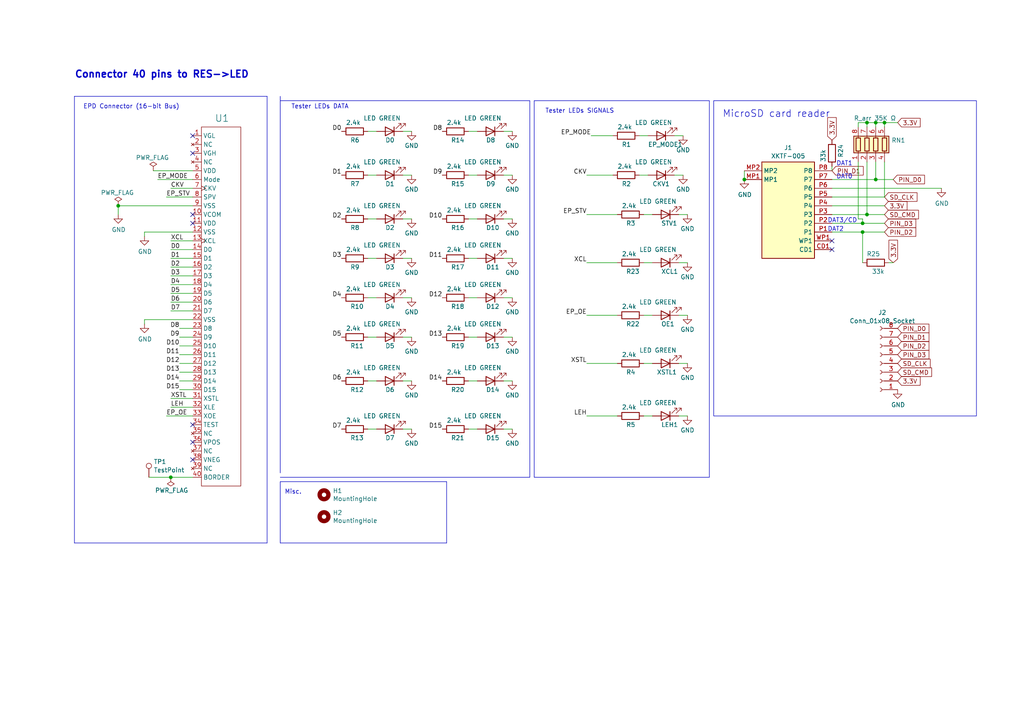
<source format=kicad_sch>
(kicad_sch (version 20230121) (generator eeschema)
  (paper "A4")
  (title_block (title "40 pins to 16 bit signals tester (16 data IO + LEH,etc)") (date "2023-10-21") (rev "1.0") (company "FASANI CORP."))
  (lib_symbols
    (symbol "Connector:Conn_01x08_Socket" (pin_names (offset 1.016) hide)
      (property "Reference" "J" (at 0 10.16 0))
      (property "Value" "Conn_01x08_Socket" (at 0 -12.7 0))
      (symbol "Conn_01x08_Socket_1_1"
        (arc (start 0 -9.652) (mid -0.5058 -10.16) (end 0 -10.668) (stroke (width 0.1524)))
        (arc (start 0 -7.112) (mid -0.5058 -7.62) (end 0 -8.128) (stroke (width 0.1524)))
        (arc (start 0 -4.572) (mid -0.5058 -5.08) (end 0 -5.588) (stroke (width 0.1524)))
        (arc (start 0 -2.032) (mid -0.5058 -2.54) (end 0 -3.048) (stroke (width 0.1524)))
        (polyline (pts (xy -1.27 -10.16) (xy -0.508 -10.16)) (stroke (width 0.1524)))
        (polyline (pts (xy -1.27 -7.62) (xy -0.508 -7.62)) (stroke (width 0.1524)))
        (polyline (pts (xy -1.27 -5.08) (xy -0.508 -5.08)) (stroke (width 0.1524)))
        (polyline (pts (xy -1.27 -2.54) (xy -0.508 -2.54)) (stroke (width 0.1524)))
        (polyline (pts (xy -1.27 0) (xy -0.508 0)) (stroke (width 0.1524)))
        (polyline (pts (xy -1.27 2.54) (xy -0.508 2.54)) (stroke (width 0.1524)))
        (polyline (pts (xy -1.27 5.08) (xy -0.508 5.08)) (stroke (width 0.1524)))
        (polyline (pts (xy -1.27 7.62) (xy -0.508 7.62)) (stroke (width 0.1524)))
        (arc (start 0 0.508) (mid -0.5058 0) (end 0 -0.508) (stroke (width 0.1524)))
        (arc (start 0 3.048) (mid -0.5058 2.54) (end 0 2.032) (stroke (width 0.1524)))
        (arc (start 0 5.588) (mid -0.5058 5.08) (end 0 4.572) (stroke (width 0.1524)))
        (arc (start 0 8.128) (mid -0.5058 7.62) (end 0 7.112) (stroke (width 0.1524)))
        (pin passive line (at -5.08 7.62 0) (length 3.81) (name "Pin_1") (number "1"))
        (pin passive line (at -5.08 5.08 0) (length 3.81) (name "Pin_2") (number "2"))
        (pin passive line (at -5.08 2.54 0) (length 3.81) (name "Pin_3") (number "3"))
        (pin passive line (at -5.08 0 0) (length 3.81) (name "Pin_4") (number "4"))
        (pin passive line (at -5.08 -2.54 0) (length 3.81) (name "Pin_5") (number "5"))
        (pin passive line (at -5.08 -5.08 0) (length 3.81) (name "Pin_6") (number "6"))
        (pin passive line (at -5.08 -7.62 0) (length 3.81) (name "Pin_7") (number "7"))
        (pin passive line (at -5.08 -10.16 0) (length 3.81) (name "Pin_8") (number "8"))
      )
    )
    (symbol "Connector:TestPoint" (pin_numbers hide) (pin_names (offset 0.762) hide)
      (property "Reference" "TP" (at 0 6.858 0))
      (property "Value" "TestPoint" (at 0 5.08 0))
      (symbol "TestPoint_0_1"
        (circle (center 0 3.302) (radius 0.762))
      )
      (symbol "TestPoint_1_1"
        (pin passive line (at 0 0 90) (length 2.54) (name "1") (number "1"))
      )
    )
    (symbol "Device:LED" (pin_numbers hide) (pin_names (offset 1.016) hide)
      (property "Reference" "D" (at 0 2.54 0))
      (property "Value" "LED" (at 0 -2.54 0))
      (symbol "LED_0_1"
        (polyline (pts (xy -1.27 -1.27) (xy -1.27 1.27)) (stroke (width 0.254)))
        (polyline (pts (xy -1.27 0) (xy 1.27 0)))
        (polyline (pts (xy 1.27 -1.27) (xy 1.27 1.27) (xy -1.27 0) (xy 1.27 -1.27)) (stroke (width 0.254)))
        (polyline (pts (xy -3.048 -0.762) (xy -4.572 -2.286) (xy -3.81 -2.286) (xy -4.572 -2.286) (xy -4.572 -1.524)))
        (polyline (pts (xy -1.778 -0.762) (xy -3.302 -2.286) (xy -2.54 -2.286) (xy -3.302 -2.286) (xy -3.302 -1.524)))
      )
      (symbol "LED_1_1"
        (pin passive line (at -3.81 0 0) (length 2.54) (name "K") (number "1"))
        (pin passive line (at 3.81 0 180) (length 2.54) (name "A") (number "2"))
      )
    )
    (symbol "Device:R" (pin_numbers hide) (pin_names (offset 0))
      (property "Reference" "R" (at 2.032 0 90))
      (property "Value" "R" (at 0 0 90))
      (symbol "R_0_1"
        (rectangle (start -1.016 -2.54) (end 1.016 2.54) (stroke (width 0.254)))
      )
      (symbol "R_1_1"
        (pin passive line (at 0 3.81 270) (length 1.27) (name "~") (number "1"))
        (pin passive line (at 0 -3.81 90) (length 1.27) (name "~") (number "2"))
      )
    )
    (symbol "Device:R_Pack04" (pin_names (offset 0) hide)
      (property "Reference" "RN" (at -7.62 0 90))
      (property "Value" "R_Pack04" (at 5.08 0 90))
      (symbol "R_Pack04_0_1"
        (rectangle (start -6.35 -2.413) (end 3.81 2.413) (stroke (width 0.254)) (fill (type background)))
        (rectangle (start -5.715 1.905) (end -4.445 -1.905) (stroke (width 0.254)))
        (rectangle (start -3.175 1.905) (end -1.905 -1.905) (stroke (width 0.254)))
        (rectangle (start -0.635 1.905) (end 0.635 -1.905) (stroke (width 0.254)))
        (polyline (pts (xy -5.08 -2.54) (xy -5.08 -1.905)))
        (polyline (pts (xy -5.08 1.905) (xy -5.08 2.54)))
        (polyline (pts (xy -2.54 -2.54) (xy -2.54 -1.905)))
        (polyline (pts (xy -2.54 1.905) (xy -2.54 2.54)))
        (polyline (pts (xy 0 -2.54) (xy 0 -1.905)))
        (polyline (pts (xy 0 1.905) (xy 0 2.54)))
        (polyline (pts (xy 2.54 -2.54) (xy 2.54 -1.905)))
        (polyline (pts (xy 2.54 1.905) (xy 2.54 2.54)))
        (rectangle (start 1.905 1.905) (end 3.175 -1.905) (stroke (width 0.254)))
      )
      (symbol "R_Pack04_1_1"
        (pin passive line (at -5.08 -5.08 90) (length 2.54) (name "R1.1") (number "1"))
        (pin passive line (at -2.54 -5.08 90) (length 2.54) (name "R2.1") (number "2"))
        (pin passive line (at 0 -5.08 90) (length 2.54) (name "R3.1") (number "3"))
        (pin passive line (at 2.54 -5.08 90) (length 2.54) (name "R4.1") (number "4"))
        (pin passive line (at 2.54 5.08 270) (length 2.54) (name "R4.2") (number "5"))
        (pin passive line (at 0 5.08 270) (length 2.54) (name "R3.2") (number "6"))
        (pin passive line (at -2.54 5.08 270) (length 2.54) (name "R2.2") (number "7"))
        (pin passive line (at -5.08 5.08 270) (length 2.54) (name "R1.2") (number "8"))
      )
    )
    (symbol "Mechanical:MountingHole" (pin_names (offset 1.016))
      (property "Reference" "H" (at 0 5.08 0))
      (property "Value" "MountingHole" (at 0 3.175 0))
      (symbol "MountingHole_0_1"
        (circle (center 0 0) (radius 1.27) (stroke (width 1.27)))
      )
    )
    (symbol "epdiy:ED078KH6"
      (property "Reference" "U" (at 5.08 -104.14 0))
      (property "Value" "ED078KH6" (at 7.62 3.81 0))
      (symbol "ED078KH6_0_0"
        (pin power_in line (at 0 0 0) (length 2.54) (name "VGL") (number "1"))
        (pin power_in line (at 0 -22.86 0) (length 2.54) (name "VCOM") (number "10"))
        (pin power_in line (at 0 -25.4 0) (length 2.54) (name "VDD") (number "11"))
        (pin power_in line (at 0 -27.94 0) (length 2.54) (name "VSS") (number "12"))
        (pin input clock (at 0 -30.48 0) (length 2.54) (name "XCL") (number "13"))
        (pin input line (at 0 -33.02 0) (length 2.54) (name "D0") (number "14"))
        (pin input line (at 0 -35.56 0) (length 2.54) (name "D1") (number "15"))
        (pin input line (at 0 -38.1 0) (length 2.54) (name "D2") (number "16"))
        (pin input line (at 0 -40.64 0) (length 2.54) (name "D3") (number "17"))
        (pin input line (at 0 -43.18 0) (length 2.54) (name "D4") (number "18"))
        (pin input line (at 0 -45.72 0) (length 2.54) (name "D5") (number "19"))
        (pin no_connect line (at 0 -2.54 0) (length 2.54) (name "NC") (number "2"))
        (pin input line (at 0 -48.26 0) (length 2.54) (name "D6") (number "20"))
        (pin input line (at 0 -50.8 0) (length 2.54) (name "D7") (number "21"))
        (pin power_in line (at 0 -53.34 0) (length 2.54) (name "VSS") (number "22"))
        (pin input line (at 0 -55.88 0) (length 2.54) (name "D8") (number "23"))
        (pin input line (at 0 -58.42 0) (length 2.54) (name "D9") (number "24"))
        (pin input line (at 0 -60.96 0) (length 2.54) (name "D10") (number "25"))
        (pin input line (at 0 -63.5 0) (length 2.54) (name "D11") (number "26"))
        (pin input line (at 0 -66.04 0) (length 2.54) (name "D12") (number "27"))
        (pin input line (at 0 -68.58 0) (length 2.54) (name "D13") (number "28"))
        (pin input line (at 0 -71.12 0) (length 2.54) (name "D14") (number "29"))
        (pin power_in line (at 0 -5.08 0) (length 2.54) (name "VGH") (number "3"))
        (pin input line (at 0 -73.66 0) (length 2.54) (name "D15") (number "30"))
        (pin input line (at 0 -76.2 0) (length 2.54) (name "XSTL") (number "31"))
        (pin input line (at 0 -78.74 0) (length 2.54) (name "XLE") (number "32"))
        (pin input line (at 0 -81.28 0) (length 2.54) (name "XOE") (number "33"))
        (pin input line (at 0 -83.82 0) (length 2.54) (name "TEST") (number "34"))
        (pin no_connect line (at 0 -86.36 0) (length 2.54) (name "NC") (number "35"))
        (pin power_in line (at 0 -88.9 0) (length 2.54) (name "VPOS") (number "36"))
        (pin no_connect line (at 0 -91.44 0) (length 2.54) (name "NC") (number "37"))
        (pin power_in line (at 0 -93.98 0) (length 2.54) (name "VNEG") (number "38"))
        (pin no_connect line (at 0 -96.52 0) (length 2.54) (name "NC") (number "39"))
        (pin no_connect line (at 0 -7.62 0) (length 2.54) (name "NC") (number "4"))
        (pin power_in line (at 0 -99.06 0) (length 2.54) (name "BORDER") (number "40"))
        (pin power_in line (at 0 -10.16 0) (length 2.54) (name "VDD") (number "5"))
        (pin input line (at 0 -12.7 0) (length 2.54) (name "Mode") (number "6"))
        (pin input clock (at 0 -15.24 0) (length 2.54) (name "CKV") (number "7"))
        (pin input line (at 0 -17.78 0) (length 2.54) (name "SPV") (number "8"))
        (pin power_in line (at 0 -20.32 0) (length 2.54) (name "VSS") (number "9"))
      )
      (symbol "ED078KH6_0_1"
        (rectangle (start 2.54 2.54) (end 13.97 -101.6) (stroke (width 0.1524)))
      )
    )
    (symbol "microSD:XKTF-005"
      (property "Reference" "J" (at 21.59 7.62 0))
      (property "Value" "XKTF-005" (at 21.59 5.08 0))
      (symbol "XKTF-005_1_1"
        (rectangle (start 5.08 2.54) (end 20.32 -25.4) (stroke (width 0.254)) (fill (type background)))
        (pin passive line (at 25.4 -22.86 180) (length 5.08) (name "CD1") (number "CD1"))
        (pin passive line (at 0 -2.54 0) (length 5.08) (name "MP1") (number "MP1"))
        (pin passive line (at 0 0 0) (length 5.08) (name "MP2") (number "MP2"))
        (pin passive line (at 25.4 -17.78 180) (length 5.08) (name "P1") (number "P1"))
        (pin passive line (at 25.4 -15.24 180) (length 5.08) (name "P2") (number "P2"))
        (pin passive line (at 25.4 -12.7 180) (length 5.08) (name "P3") (number "P3"))
        (pin passive line (at 25.4 -10.16 180) (length 5.08) (name "P4") (number "P4"))
        (pin passive line (at 25.4 -7.62 180) (length 5.08) (name "P5") (number "P5"))
        (pin passive line (at 25.4 -5.08 180) (length 5.08) (name "P6") (number "P6"))
        (pin passive line (at 25.4 -2.54 180) (length 5.08) (name "P7") (number "P7"))
        (pin passive line (at 25.4 0 180) (length 5.08) (name "P8") (number "P8"))
        (pin passive line (at 25.4 -20.32 180) (length 5.08) (name "WP1") (number "WP1"))
      )
    )
    (symbol "power:GND" (power) (pin_names (offset 0))
      (property "Value" "GND" (at 0 -3.81 0))
      (symbol "GND_0_1"
        (polyline (pts (xy 0 0) (xy 0 -1.27) (xy 1.27 -1.27) (xy 0 -2.54) (xy -1.27 -1.27) (xy 0 -1.27)))
      )
      (symbol "GND_1_1"
        (pin power_in line (at 0 0 270) (length 0) hide (name "GND") (number "1"))
      )
    )
    (symbol "power:PWR_FLAG" (power) (pin_numbers hide) (pin_names (offset 0) hide)
      (property "Value" "PWR_FLAG" (at 0 3.81 0))
      (symbol "PWR_FLAG_0_0"
        (pin power_out line (at 0 0 90) (length 0) (name "pwr") (number "1"))
      )
      (symbol "PWR_FLAG_0_1"
        (polyline (pts (xy 0 0) (xy 0 1.27) (xy -1.016 1.905) (xy 0 2.54) (xy 1.016 1.905) (xy 0 1.27)))
      )
    )
  )
  (junction (at 251.46 35.56))
  (junction (at 215.9 52.07))
  (junction (at 256.54 35.56))
  (junction (at 251.46 62.23))
  (junction (at 49.53 138.43))
  (junction (at 254 52.07))
  (junction (at 250.19 67.31))
  (junction (at 254 35.56))
  (junction (at 250.19 64.77))
  (junction (at 34.29 59.69))
  (no_connect (at 241.3 72.39))
  (no_connect (at 55.88 133.35))
  (no_connect (at 55.88 39.37))
  (no_connect (at 241.3 69.85))
  (no_connect (at 55.88 62.23))
  (no_connect (at 55.88 128.27))
  (no_connect (at 55.88 123.19))
  (no_connect (at 55.88 44.45))
  (no_connect (at 55.88 64.77))
  (wire (pts (xy 250.19 67.31) (xy 241.3 67.31)))
  (wire (pts (xy 41.91 67.31) (xy 55.88 67.31)))
  (wire (pts (xy 148.59 124.46) (xy 146.05 124.46)))
  (wire (pts (xy 106.68 97.79) (xy 109.22 97.79)))
  (wire (pts (xy 256.54 67.31) (xy 250.19 67.31)))
  (wire (pts (xy 34.29 59.69) (xy 34.29 62.23)))
  (wire (pts (xy 135.89 97.79) (xy 138.43 97.79)))
  (wire (pts (xy 52.07 100.33) (xy 55.88 100.33)))
  (wire (pts (xy 52.07 105.41) (xy 55.88 105.41)))
  (wire (pts (xy 170.18 62.23) (xy 179.07 62.23)))
  (wire (pts (xy 49.53 54.61) (xy 55.88 54.61)))
  (wire (pts (xy 248.92 63.5) (xy 248.92 46.99)))
  (wire (pts (xy 135.89 50.8) (xy 138.43 50.8)))
  (wire (pts (xy 251.46 46.99) (xy 251.46 62.23)))
  (wire (pts (xy 49.53 87.63) (xy 55.88 87.63)))
  (wire (pts (xy 148.59 50.8) (xy 146.05 50.8)))
  (wire (pts (xy 251.46 35.56) (xy 254 35.56)))
  (wire (pts (xy 119.38 110.49) (xy 116.84 110.49)))
  (wire (pts (xy 52.07 102.87) (xy 55.88 102.87)))
  (polyline (pts (xy 153.67 29.21) (xy 153.67 138.43)))
  (wire (pts (xy 273.05 54.61) (xy 241.3 54.61)))
  (polyline (pts (xy 21.59 157.48) (xy 21.59 27.94)))
  (wire (pts (xy 250.19 64.77) (xy 256.54 64.77)))
  (wire (pts (xy 241.3 52.07) (xy 254 52.07)))
  (wire (pts (xy 170.18 105.41) (xy 179.07 105.41)))
  (wire (pts (xy 251.46 62.23) (xy 256.54 62.23)))
  (wire (pts (xy 135.89 38.1) (xy 138.43 38.1)))
  (polyline (pts (xy 81.28 27.94) (xy 81.28 137.16)))
  (wire (pts (xy 215.9 49.53) (xy 215.9 52.07)))
  (wire (pts (xy 256.54 46.99) (xy 256.54 57.15)))
  (polyline (pts (xy 129.54 157.48) (xy 81.28 157.48)))
  (wire (pts (xy 49.53 69.85) (xy 55.88 69.85)))
  (polyline (pts (xy 77.47 27.94) (xy 77.47 157.48)))
  (wire (pts (xy 119.38 124.46) (xy 116.84 124.46)))
  (wire (pts (xy 106.68 124.46) (xy 109.22 124.46)))
  (polyline (pts (xy 153.67 138.43) (xy 81.28 138.43)))
  (wire (pts (xy 198.12 50.8) (xy 195.58 50.8)))
  (wire (pts (xy 52.07 95.25) (xy 55.88 95.25)))
  (wire (pts (xy 49.53 72.39) (xy 55.88 72.39)))
  (wire (pts (xy 186.69 62.23) (xy 189.23 62.23)))
  (wire (pts (xy 44.45 49.53) (xy 55.88 49.53)))
  (wire (pts (xy 170.18 91.44) (xy 179.07 91.44)))
  (wire (pts (xy 259.08 76.2) (xy 257.81 76.2)))
  (polyline (pts (xy 81.28 29.21) (xy 153.67 29.21)))
  (wire (pts (xy 49.53 90.17) (xy 55.88 90.17)))
  (wire (pts (xy 148.59 110.49) (xy 146.05 110.49)))
  (polyline (pts (xy 21.59 27.94) (xy 77.47 27.94)))
  (wire (pts (xy 254 35.56) (xy 254 36.83)))
  (wire (pts (xy 135.89 124.46) (xy 138.43 124.46)))
  (wire (pts (xy 254 35.56) (xy 256.54 35.56)))
  (wire (pts (xy 43.18 138.43) (xy 49.53 138.43)))
  (polyline (pts (xy 154.94 29.21) (xy 154.94 138.43)))
  (wire (pts (xy 135.89 74.93) (xy 138.43 74.93)))
  (wire (pts (xy 49.53 118.11) (xy 55.88 118.11)))
  (wire (pts (xy 119.38 74.93) (xy 116.84 74.93)))
  (wire (pts (xy 148.59 74.93) (xy 146.05 74.93)))
  (wire (pts (xy 135.89 63.5) (xy 138.43 63.5)))
  (wire (pts (xy 49.53 82.55) (xy 55.88 82.55)))
  (wire (pts (xy 119.38 97.79) (xy 116.84 97.79)))
  (wire (pts (xy 148.59 97.79) (xy 146.05 97.79)))
  (wire (pts (xy 34.29 59.69) (xy 55.88 59.69)))
  (wire (pts (xy 198.12 39.37) (xy 195.58 39.37)))
  (wire (pts (xy 248.92 35.56) (xy 251.46 35.56)))
  (wire (pts (xy 171.45 39.37) (xy 177.8 39.37)))
  (wire (pts (xy 119.38 38.1) (xy 116.84 38.1)))
  (wire (pts (xy 41.91 92.71) (xy 55.88 92.71)))
  (wire (pts (xy 256.54 35.56) (xy 256.54 36.83)))
  (wire (pts (xy 254 52.07) (xy 259.08 52.07)))
  (polyline (pts (xy 81.28 139.7) (xy 81.28 157.48)))
  (wire (pts (xy 106.68 86.36) (xy 109.22 86.36)))
  (wire (pts (xy 135.89 86.36) (xy 138.43 86.36)))
  (wire (pts (xy 41.91 68.58) (xy 41.91 67.31)))
  (wire (pts (xy 170.18 50.8) (xy 177.8 50.8)))
  (wire (pts (xy 148.59 86.36) (xy 146.05 86.36)))
  (wire (pts (xy 49.53 115.57) (xy 55.88 115.57)))
  (wire (pts (xy 199.39 91.44) (xy 196.85 91.44)))
  (wire (pts (xy 199.39 76.2) (xy 196.85 76.2)))
  (wire (pts (xy 185.42 50.8) (xy 187.96 50.8)))
  (wire (pts (xy 248.92 63.5) (xy 250.19 63.5)))
  (wire (pts (xy 241.3 48.26) (xy 241.3 49.53)))
  (wire (pts (xy 49.53 77.47) (xy 55.88 77.47)))
  (wire (pts (xy 52.07 113.03) (xy 55.88 113.03)))
  (wire (pts (xy 186.69 120.65) (xy 189.23 120.65)))
  (wire (pts (xy 250.19 63.5) (xy 250.19 64.77)))
  (polyline (pts (xy 205.74 138.43) (xy 154.94 138.43)))
  (wire (pts (xy 52.07 107.95) (xy 55.88 107.95)))
  (wire (pts (xy 119.38 63.5) (xy 116.84 63.5)))
  (polyline (pts (xy 154.94 29.21) (xy 205.74 29.21)))
  (wire (pts (xy 49.53 138.43) (xy 55.88 138.43)))
  (wire (pts (xy 119.38 50.8) (xy 116.84 50.8)))
  (wire (pts (xy 186.69 76.2) (xy 189.23 76.2)))
  (wire (pts (xy 186.69 105.41) (xy 189.23 105.41)))
  (wire (pts (xy 135.89 110.49) (xy 138.43 110.49)))
  (polyline (pts (xy 81.28 139.7) (xy 129.54 139.7)))
  (wire (pts (xy 106.68 74.93) (xy 109.22 74.93)))
  (wire (pts (xy 241.3 62.23) (xy 251.46 62.23)))
  (wire (pts (xy 119.38 86.36) (xy 116.84 86.36)))
  (wire (pts (xy 106.68 110.49) (xy 109.22 110.49)))
  (wire (pts (xy 254 46.99) (xy 254 52.07)))
  (wire (pts (xy 48.26 120.65) (xy 55.88 120.65)))
  (wire (pts (xy 106.68 63.5) (xy 109.22 63.5)))
  (wire (pts (xy 251.46 35.56) (xy 251.46 36.83)))
  (wire (pts (xy 106.68 50.8) (xy 109.22 50.8)))
  (wire (pts (xy 256.54 59.69) (xy 241.3 59.69)))
  (wire (pts (xy 45.72 52.07) (xy 55.88 52.07)))
  (wire (pts (xy 241.3 57.15) (xy 256.54 57.15)))
  (wire (pts (xy 148.59 63.5) (xy 146.05 63.5)))
  (wire (pts (xy 106.68 38.1) (xy 109.22 38.1)))
  (wire (pts (xy 49.53 85.09) (xy 55.88 85.09)))
  (wire (pts (xy 49.53 74.93) (xy 55.88 74.93)))
  (wire (pts (xy 170.18 76.2) (xy 179.07 76.2)))
  (wire (pts (xy 41.91 93.98) (xy 41.91 92.71)))
  (wire (pts (xy 250.19 67.31) (xy 250.19 76.2)))
  (wire (pts (xy 49.53 80.01) (xy 55.88 80.01)))
  (polyline (pts (xy 205.74 29.21) (xy 205.74 138.43)))
  (wire (pts (xy 241.3 64.77) (xy 250.19 64.77)))
  (wire (pts (xy 248.92 35.56) (xy 248.92 36.83)))
  (wire (pts (xy 170.18 120.65) (xy 179.07 120.65)))
  (wire (pts (xy 199.39 105.41) (xy 196.85 105.41)))
  (wire (pts (xy 52.07 110.49) (xy 55.88 110.49)))
  (wire (pts (xy 256.54 35.56) (xy 260.35 35.56)))
  (wire (pts (xy 48.26 57.15) (xy 55.88 57.15)))
  (wire (pts (xy 185.42 39.37) (xy 187.96 39.37)))
  (wire (pts (xy 186.69 91.44) (xy 189.23 91.44)))
  (polyline (pts (xy 77.47 157.48) (xy 21.59 157.48)))
  (wire (pts (xy 148.59 38.1) (xy 146.05 38.1)))
  (wire (pts (xy 199.39 62.23) (xy 196.85 62.23)))
  (polyline (pts (xy 129.54 139.7) (xy 129.54 157.48)))
  (wire (pts (xy 52.07 97.79) (xy 55.88 97.79)))
  (wire (pts (xy 199.39 120.65) (xy 196.85 120.65)))
  (rectangle (start 207.01 29.21) (end 283.21 120.65))
  (text "DAT0" (at 242.57 52.07 0) (effects (font (size 1.27 1.27)) (justify left bottom)))
  (text "Tester LEDs SIGNALS" (at 158.115 33.02 0) (effects (font (size 1.27 1.27)) (justify left bottom)))
  (text "MicroSD card reader" (at 209.55 34.29 0) (effects (font (size 2 2)) (justify left bottom)))
  (text "Misc." (at 82.55 143.51 0) (effects (font (size 1.27 1.27)) (justify left bottom)))
  (text "Tester LEDs DATA" (at 84.455 31.75 0) (effects (font (size 1.27 1.27)) (justify left bottom)))
  (text "Connector 40 pins to RES->LED" (at 21.59 22.86 0) (effects (font (size 2 2) (thickness 0.4) bold) (justify left bottom)))
  (text "EPD Connector (16-bit Bus)" (at 24.13 31.75 0) (effects (font (size 1.27 1.27)) (justify left bottom)))
  (text "DAT1" (at 242.57 48.26 0) (effects (font (size 1.27 1.27)) (justify left bottom)))
  (text "DAT3/CD" (at 240.03 64.77 0) (effects (font (size 1.27 1.27)) (justify left bottom)))
  (text "DAT2" (at 240.03 67.31 0) (effects (font (size 1.27 1.27)) (justify left bottom)))
  (label "D11" (at 128.27 74.93 180))
  (label "D2" (at 49.53 77.47 0))
  (label "XCL" (at 170.18 76.2 180))
  (label "D9" (at 52.07 97.79 180))
  (label "D15" (at 128.27 124.46 180))
  (label "D4" (at 99.06 86.36 180))
  (label "D1" (at 99.06 50.8 180))
  (label "EP_MODE" (at 45.72 52.07 0))
  (label "D6" (at 99.06 110.49 180))
  (label "D7" (at 99.06 124.46 180))
  (label "XSTL" (at 49.53 115.57 0))
  (label "D11" (at 52.07 102.87 180))
  (label "D0" (at 49.53 72.39 0))
  (label "D5" (at 49.53 85.09 0))
  (label "D7" (at 49.53 90.17 0))
  (label "XCL" (at 49.53 69.85 0))
  (label "EP_STV" (at 170.18 62.23 180))
  (label "D13" (at 52.07 107.95 180))
  (label "D5" (at 99.06 97.79 180))
  (label "D12" (at 52.07 105.41 180))
  (label "EP_MODE" (at 171.45 39.37 180))
  (label "EP_OE" (at 48.26 120.65 0))
  (label "D14" (at 128.27 110.49 180))
  (label "D8" (at 128.27 38.1 180))
  (label "LEH" (at 49.53 118.11 0))
  (label "D13" (at 128.27 97.79 180))
  (label "CKV" (at 170.18 50.8 180))
  (label "D3" (at 49.53 80.01 0))
  (label "LEH" (at 170.18 120.65 180))
  (label "EP_STV" (at 48.26 57.15 0))
  (label "D6" (at 49.53 87.63 0))
  (label "D2" (at 99.06 63.5 180))
  (label "D15" (at 52.07 113.03 180))
  (label "CKV" (at 49.53 54.61 0))
  (label "D4" (at 49.53 82.55 0))
  (label "D10" (at 128.27 63.5 180))
  (label "EP_OE" (at 170.18 91.44 180))
  (label "D12" (at 128.27 86.36 180))
  (label "D14" (at 52.07 110.49 180))
  (label "D9" (at 128.27 50.8 180))
  (label "D0" (at 99.06 38.1 180))
  (label "D1" (at 49.53 74.93 0))
  (label "XSTL" (at 170.18 105.41 180))
  (label "D8" (at 52.07 95.25 180))
  (label "D3" (at 99.06 74.93 180))
  (label "D10" (at 52.07 100.33 180))
  (global_label "PIN_D1" (shape input) (at 241.3 49.53 0) (property "Intersheetrefs" "${INTERSHEET_REFS}" (effects hide)))
  (global_label "3.3V" (shape input) (at 260.35 35.56 0) (property "Intersheetrefs" "${INTERSHEET_REFS}" (effects hide)) (property "Referenzen zwischen Schaltplänen" "${INTERSHEET_REFS}" (effects hide)))
  (global_label "PIN_D1" (shape input) (at 260.35 97.79 0) (property "Intersheetrefs" "${INTERSHEET_REFS}" (effects hide)))
  (global_label "PIN_D0" (shape input) (at 259.08 52.07 0) (property "Intersheetrefs" "${INTERSHEET_REFS}" (effects hide)))
  (global_label "PIN_D2" (shape input) (at 260.35 100.33 0) (property "Intersheetrefs" "${INTERSHEET_REFS}" (effects hide)))
  (global_label "3.3V" (shape input) (at 259.08 76.2 90) (property "Intersheetrefs" "${INTERSHEET_REFS}" (effects hide)) (property "Referenzen zwischen Schaltplänen" "${INTERSHEET_REFS}" (effects hide)))
  (global_label "3.3V" (shape input) (at 256.54 59.69 0) (property "Intersheetrefs" "${INTERSHEET_REFS}" (effects hide)) (property "Referenzen zwischen Schaltplänen" "${INTERSHEET_REFS}" (effects hide)))
  (global_label "SD_CMD" (shape input) (at 260.35 107.95 0) (property "Intersheetrefs" "${INTERSHEET_REFS}" (effects hide)))
  (global_label "PIN_D0" (shape input) (at 260.35 95.25 0) (property "Intersheetrefs" "${INTERSHEET_REFS}" (effects hide)))
  (global_label "SD_CLK" (shape input) (at 256.54 57.15 0) (property "Intersheetrefs" "${INTERSHEET_REFS}" (effects hide)))
  (global_label "PIN_D3" (shape input) (at 260.35 102.87 0) (property "Intersheetrefs" "${INTERSHEET_REFS}" (effects hide)))
  (global_label "PIN_D2" (shape input) (at 256.54 67.31 0) (property "Intersheetrefs" "${INTERSHEET_REFS}" (effects hide)))
  (global_label "3.3V" (shape input) (at 241.3 40.64 90) (property "Intersheetrefs" "${INTERSHEET_REFS}" (effects hide)) (property "Referenzen zwischen Schaltplänen" "${INTERSHEET_REFS}" (effects hide)))
  (global_label "SD_CMD" (shape input) (at 256.54 62.23 0) (property "Intersheetrefs" "${INTERSHEET_REFS}" (effects hide)))
  (global_label "SD_CLK" (shape input) (at 260.35 105.41 0) (property "Intersheetrefs" "${INTERSHEET_REFS}" (effects hide)))
  (global_label "3.3V" (shape input) (at 260.35 110.49 0) (property "Intersheetrefs" "${INTERSHEET_REFS}" (effects hide)) (property "Referenzen zwischen Schaltplänen" "${INTERSHEET_REFS}" (effects hide)))
  (global_label "PIN_D3" (shape input) (at 256.54 64.77 0) (property "Intersheetrefs" "${INTERSHEET_REFS}" (effects hide)))
  (symbol (lib_id "Device:R") (at 182.88 91.44 270) (unit 1)
    (property "Reference" "R22" (at 181.61 93.98 90) (effects (justify left)))
    (property "Value" "2.4k" (at 180.34 88.9 90) (effects (justify left)))
    (property "Footprint" "Resistor_SMD:R_0603_1608Metric" (effects hide))
    (property "LCSC" "C22940" (effects hide))
  )
  (symbol (lib_id "power:GND") (at 41.91 68.58 0) (unit 1)
    (property "Reference" "#PWR06" (effects hide))
    (property "Value" "GND" (at 42.037 72.9742 0))
  )
  (symbol (lib_id "Device:LED") (at 193.04 91.44 180) (unit 1)
    (property "Reference" "OE1" (at 191.77 93.98 0) (effects (justify right)))
    (property "Value" "LED GREEN" (at 185.42 87.63 0) (effects (justify right)))
    (property "Footprint" "LED_SMD:LED_0805_2012Metric" (effects hide))
    (property "LCSC" "C2297" (effects hide))
  )
  (symbol (lib_id "Device:LED") (at 193.04 105.41 180) (unit 1)
    (property "Reference" "XSTL1" (at 190.5 107.95 0) (effects (justify right)))
    (property "Value" "LED GREEN" (at 185.42 101.6 0) (effects (justify right)))
    (property "Footprint" "LED_SMD:LED_0805_2012Metric" (effects hide))
    (property "LCSC" "C2297" (effects hide))
  )
  (symbol (lib_id "Device:R") (at 132.08 124.46 270) (unit 1)
    (property "Reference" "R21" (at 130.81 127 90) (effects (justify left)))
    (property "Value" "2.4k" (at 129.54 121.92 90) (effects (justify left)))
    (property "Footprint" "Resistor_SMD:R_0603_1608Metric" (effects hide))
    (property "LCSC" "C22940" (effects hide))
  )
  (symbol (lib_id "Device:LED") (at 142.24 38.1 180) (unit 1)
    (property "Reference" "D8" (at 140.97 40.64 0) (effects (justify right)))
    (property "Value" "LED GREEN" (at 134.62 34.29 0) (effects (justify right)))
    (property "Footprint" "LED_SMD:LED_0805_2012Metric" (effects hide))
    (property "LCSC" "C2297" (effects hide))
  )
  (symbol (lib_id "power:GND") (at 198.12 39.37 0) (unit 1)
    (property "Reference" "#PWR02" (effects hide))
    (property "Value" "GND" (at 198.12 43.5031 0))
  )
  (symbol (lib_id "Device:LED") (at 142.24 97.79 180) (unit 1)
    (property "Reference" "D13" (at 140.97 100.33 0) (effects (justify right)))
    (property "Value" "LED GREEN" (at 134.62 93.98 0) (effects (justify right)))
    (property "Footprint" "LED_SMD:LED_0805_2012Metric" (effects hide))
    (property "LCSC" "C2297" (effects hide))
  )
  (symbol (lib_id "power:GND") (at 148.59 63.5 0) (unit 1)
    (property "Reference" "#PWR019" (effects hide))
    (property "Value" "GND" (at 148.59 67.6331 0))
  )
  (symbol (lib_id "power:GND") (at 148.59 110.49 0) (unit 1)
    (property "Reference" "#PWR023" (effects hide))
    (property "Value" "GND" (at 148.59 114.6231 0))
  )
  (symbol (lib_id "power:GND") (at 199.39 62.23 0) (unit 1)
    (property "Reference" "#PWR04" (effects hide))
    (property "Value" "GND" (at 199.39 66.3631 0))
  )
  (symbol (lib_id "power:PWR_FLAG") (at 49.53 138.43 180) (unit 1)
    (property "Reference" "#U01" (effects hide))
    (property "Value" "PWR_FLAG" (at 54.61 142.24 0) (effects (justify left)))
  )
  (symbol (lib_id "Device:LED") (at 142.24 74.93 180) (unit 1)
    (property "Reference" "D11" (at 140.97 77.47 0) (effects (justify right)))
    (property "Value" "LED GREEN" (at 134.62 71.12 0) (effects (justify right)))
    (property "Footprint" "LED_SMD:LED_0805_2012Metric" (effects hide))
    (property "LCSC" "C2297" (effects hide))
  )
  (symbol (lib_id "power:GND") (at 199.39 76.2 0) (unit 1)
    (property "Reference" "#PWR026" (effects hide))
    (property "Value" "GND" (at 199.39 80.3331 0))
  )
  (symbol (lib_id "microSD:XKTF-005") (at 215.9 49.53 0) (unit 1)
    (property "Reference" "J1" (at 228.6 42.8457 0))
    (property "Value" "XKTF-005" (at 228.6 45.2699 0))
    (property "Footprint" "SD:XKTF005-SD" (effects hide))
    (property "Datasheet" "http://www.helloxkb.com/public/images/pdf/XKTF-005.pdf" (effects hide))
    (property "Height" "2.05" (effects hide))
    (property "Manufacturer_Name" "XKB Connectivity" (effects hide))
    (property "Manufacturer_Part_Number" "XKTF-005" (effects hide))
    (property "LCSC" "C2689687" (effects hide))
  )
  (symbol (lib_id "power:GND") (at 273.05 54.61 0) (unit 1)
    (property "Reference" "#PWR028" (effects hide))
    (property "Value" "GND" (at 273.177 59.0042 0))
  )
  (symbol (lib_id "Device:LED") (at 193.04 62.23 180) (unit 1)
    (property "Reference" "STV1" (at 191.77 64.77 0) (effects (justify right)))
    (property "Value" "LED GREEN" (at 185.42 58.42 0) (effects (justify right)))
    (property "Footprint" "LED_SMD:LED_0805_2012Metric" (effects hide))
    (property "LCSC" "C2297" (effects hide))
  )
  (symbol (lib_id "power:GND") (at 119.38 74.93 0) (unit 1)
    (property "Reference" "#PWR012" (effects hide))
    (property "Value" "GND" (at 119.38 79.0631 0))
  )
  (symbol (lib_id "Device:R") (at 132.08 50.8 270) (unit 1)
    (property "Reference" "R15" (at 130.81 53.34 90) (effects (justify left)))
    (property "Value" "2.4k" (at 129.54 48.26 90) (effects (justify left)))
    (property "Footprint" "Resistor_SMD:R_0603_1608Metric" (effects hide))
    (property "LCSC" "C22940" (effects hide))
  )
  (symbol (lib_id "power:GND") (at 148.59 50.8 0) (unit 1)
    (property "Reference" "#PWR018" (effects hide))
    (property "Value" "GND" (at 148.59 54.9331 0))
  )
  (symbol (lib_id "power:GND") (at 215.9 52.07 0) (unit 1)
    (property "Reference" "#PWR027" (effects hide))
    (property "Value" "GND" (at 216.027 56.4642 0))
  )
  (symbol (lib_id "Device:LED") (at 113.03 63.5 180) (unit 1)
    (property "Reference" "D2" (at 111.76 66.04 0) (effects (justify right)))
    (property "Value" "LED GREEN" (at 105.41 59.69 0) (effects (justify right)))
    (property "Footprint" "LED_SMD:LED_0805_2012Metric" (effects hide))
    (property "LCSC" "C2297" (effects hide))
  )
  (symbol (lib_id "Device:LED") (at 113.03 74.93 180) (unit 1)
    (property "Reference" "D3" (at 111.76 77.47 0) (effects (justify right)))
    (property "Value" "LED GREEN" (at 105.41 71.12 0) (effects (justify right)))
    (property "Footprint" "LED_SMD:LED_0805_2012Metric" (effects hide))
    (property "LCSC" "C2297" (effects hide))
  )
  (symbol (lib_id "Device:R") (at 254 76.2 90) (unit 1)
    (property "Reference" "R25" (at 255.27 73.66 90) (effects (justify left)))
    (property "Value" "33k" (at 256.54 78.74 90) (effects (justify left)))
    (property "Footprint" "Resistor_SMD:R_0603_1608Metric" (effects hide))
    (property "LCSC" "C4216" (effects hide))
  )
  (symbol (lib_id "power:GND") (at 119.38 110.49 0) (unit 1)
    (property "Reference" "#PWR015" (effects hide))
    (property "Value" "GND" (at 119.38 114.6231 0))
  )
  (symbol (lib_id "power:GND") (at 119.38 97.79 0) (unit 1)
    (property "Reference" "#PWR014" (effects hide))
    (property "Value" "GND" (at 119.38 101.9231 0))
  )
  (symbol (lib_id "power:GND") (at 198.12 50.8 0) (unit 1)
    (property "Reference" "#PWR03" (effects hide))
    (property "Value" "GND" (at 198.12 54.9331 0))
  )
  (symbol (lib_id "Device:R") (at 181.61 50.8 270) (unit 1)
    (property "Reference" "R2" (at 180.34 53.34 90) (effects (justify left)))
    (property "Value" "2.4k" (at 179.07 48.26 90) (effects (justify left)))
    (property "Footprint" "Resistor_SMD:R_0603_1608Metric" (effects hide))
    (property "LCSC" "C22940" (effects hide))
  )
  (symbol (lib_id "power:PWR_FLAG") (at 34.29 59.69 0) (unit 1)
    (property "Reference" "#U03" (effects hide))
    (property "Value" "PWR_FLAG" (at 29.21 55.88 0) (effects (justify left)))
  )
  (symbol (lib_id "Mechanical:MountingHole") (at 93.98 149.86 0) (unit 1) (in_bom no)
    (property "Reference" "H2" (at 96.52 148.6916 0) (effects (justify left)))
    (property "Value" "MountingHole" (at 96.52 151.003 0) (effects (justify left)))
    (property "Footprint" "MountingHole:MountingHole_2.2mm_M2" (effects hide))
  )
  (symbol (lib_id "power:GND") (at 119.38 38.1 0) (unit 1)
    (property "Reference" "#PWR09" (effects hide))
    (property "Value" "GND" (at 119.38 42.2331 0))
  )
  (symbol (lib_id "Device:R") (at 132.08 63.5 270) (unit 1)
    (property "Reference" "R16" (at 130.81 66.04 90) (effects (justify left)))
    (property "Value" "2.4k" (at 129.54 60.96 90) (effects (justify left)))
    (property "Footprint" "Resistor_SMD:R_0603_1608Metric" (effects hide))
    (property "LCSC" "C22940" (effects hide))
  )
  (symbol (lib_id "Device:LED") (at 142.24 86.36 180) (unit 1)
    (property "Reference" "D12" (at 140.97 88.9 0) (effects (justify right)))
    (property "Value" "LED GREEN" (at 134.62 82.55 0) (effects (justify right)))
    (property "Footprint" "LED_SMD:LED_0805_2012Metric" (effects hide))
    (property "LCSC" "C2297" (effects hide))
  )
  (symbol (lib_id "Device:R") (at 102.87 110.49 270) (unit 1)
    (property "Reference" "R12" (at 101.6 113.03 90) (effects (justify left)))
    (property "Value" "2.4k" (at 100.33 107.95 90) (effects (justify left)))
    (property "Footprint" "Resistor_SMD:R_0603_1608Metric" (effects hide))
    (property "LCSC" "C22940" (effects hide))
  )
  (symbol (lib_id "Device:LED") (at 113.03 38.1 180) (unit 1)
    (property "Reference" "D0" (at 111.76 40.64 0) (effects (justify right)))
    (property "Value" "LED GREEN" (at 105.41 34.29 0) (effects (justify right)))
    (property "Footprint" "LED_SMD:LED_0805_2012Metric" (effects hide))
    (property "LCSC" "C2297" (effects hide))
  )
  (symbol (lib_id "power:GND") (at 119.38 124.46 0) (unit 1)
    (property "Reference" "#PWR016" (effects hide))
    (property "Value" "GND" (at 119.38 128.5931 0))
  )
  (symbol (lib_id "power:GND") (at 41.91 93.98 0) (unit 1)
    (property "Reference" "#PWR07" (effects hide))
    (property "Value" "GND" (at 42.037 98.3742 0))
  )
  (symbol (lib_id "power:GND") (at 34.29 62.23 0) (unit 1)
    (property "Reference" "#PWR01" (effects hide))
    (property "Value" "GND" (at 34.417 66.6242 0))
  )
  (symbol (lib_id "power:GND") (at 260.35 113.03 0) (unit 1)
    (property "Reference" "#PWR029" (effects hide))
    (property "Value" "GND" (at 260.477 117.4242 0))
  )
  (symbol (lib_id "power:PWR_FLAG") (at 44.45 49.53 0) (unit 1)
    (property "Reference" "#U02" (effects hide))
    (property "Value" "PWR_FLAG" (at 39.37 45.72 0) (effects (justify left)))
  )
  (symbol (lib_id "Device:LED") (at 113.03 97.79 180) (unit 1)
    (property "Reference" "D5" (at 111.76 100.33 0) (effects (justify right)))
    (property "Value" "LED GREEN" (at 105.41 93.98 0) (effects (justify right)))
    (property "Footprint" "LED_SMD:LED_0805_2012Metric" (effects hide))
    (property "LCSC" "C2297" (effects hide))
  )
  (symbol (lib_id "Device:R") (at 132.08 38.1 270) (unit 1)
    (property "Reference" "R14" (at 130.81 40.64 90) (effects (justify left)))
    (property "Value" "2.4k" (at 129.54 35.56 90) (effects (justify left)))
    (property "Footprint" "Resistor_SMD:R_0603_1608Metric" (effects hide))
    (property "LCSC" "C22940" (effects hide))
  )
  (symbol (lib_id "power:GND") (at 199.39 120.65 0) (unit 1)
    (property "Reference" "#PWR08" (effects hide))
    (property "Value" "GND" (at 199.39 124.7831 0))
  )
  (symbol (lib_id "Device:R") (at 102.87 124.46 270) (unit 1)
    (property "Reference" "R13" (at 101.6 127 90) (effects (justify left)))
    (property "Value" "2.4k" (at 100.33 121.92 90) (effects (justify left)))
    (property "Footprint" "Resistor_SMD:R_0603_1608Metric" (effects hide))
    (property "LCSC" "C22940" (effects hide))
  )
  (symbol (lib_id "power:GND") (at 148.59 74.93 0) (unit 1)
    (property "Reference" "#PWR020" (effects hide))
    (property "Value" "GND" (at 148.59 79.0631 0))
  )
  (symbol (lib_id "Device:R") (at 102.87 38.1 270) (unit 1)
    (property "Reference" "R6" (at 101.6 40.64 90) (effects (justify left)))
    (property "Value" "2.4k" (at 100.33 35.56 90) (effects (justify left)))
    (property "Footprint" "Resistor_SMD:R_0603_1608Metric" (effects hide))
    (property "LCSC" "C22940" (effects hide))
  )
  (symbol (lib_id "Device:LED") (at 113.03 50.8 180) (unit 1)
    (property "Reference" "D1" (at 111.76 53.34 0) (effects (justify right)))
    (property "Value" "LED GREEN" (at 105.41 46.99 0) (effects (justify right)))
    (property "Footprint" "LED_SMD:LED_0805_2012Metric" (effects hide))
    (property "LCSC" "C2297" (effects hide))
  )
  (symbol (lib_id "epdiy:ED078KH6") (at 55.88 39.37 0) (unit 1)
    (property "Reference" "U1" (at 62.23 34.29 0) (effects (font (size 2 2)) (justify left)))
    (property "Value" "ED078KH6" (effects hide))
    (property "Footprint" "footprints:FH1240S05SH55" (effects hide))
    (property "LCSC" "C202114" (effects hide))
  )
  (symbol (lib_id "Device:LED") (at 142.24 110.49 180) (unit 1)
    (property "Reference" "D14" (at 140.97 113.03 0) (effects (justify right)))
    (property "Value" "LED GREEN" (at 134.62 106.68 0) (effects (justify right)))
    (property "Footprint" "LED_SMD:LED_0805_2012Metric" (effects hide))
    (property "LCSC" "C2297" (effects hide))
  )
  (symbol (lib_id "Device:R") (at 102.87 86.36 270) (unit 1)
    (property "Reference" "R10" (at 101.6 88.9 90) (effects (justify left)))
    (property "Value" "2.4k" (at 100.33 83.82 90) (effects (justify left)))
    (property "Footprint" "Resistor_SMD:R_0603_1608Metric" (effects hide))
    (property "LCSC" "C22940" (effects hide))
  )
  (symbol (lib_id "Device:R") (at 132.08 86.36 270) (unit 1)
    (property "Reference" "R18" (at 130.81 88.9 90) (effects (justify left)))
    (property "Value" "2.4k" (at 129.54 83.82 90) (effects (justify left)))
    (property "Footprint" "Resistor_SMD:R_0603_1608Metric" (effects hide))
    (property "LCSC" "C22940" (effects hide))
  )
  (symbol (lib_id "Device:R") (at 182.88 76.2 270) (unit 1)
    (property "Reference" "R23" (at 181.61 78.74 90) (effects (justify left)))
    (property "Value" "2.4k" (at 180.34 73.66 90) (effects (justify left)))
    (property "Footprint" "Resistor_SMD:R_0603_1608Metric" (effects hide))
    (property "LCSC" "C22940" (effects hide))
  )
  (symbol (lib_id "Device:LED") (at 193.04 76.2 180) (unit 1)
    (property "Reference" "XCL1" (at 191.77 78.74 0) (effects (justify right)))
    (property "Value" "LED GREEN" (at 185.42 72.39 0) (effects (justify right)))
    (property "Footprint" "LED_SMD:LED_0805_2012Metric" (effects hide))
    (property "LCSC" "C2297" (effects hide))
  )
  (symbol (lib_id "Device:R") (at 181.61 39.37 270) (unit 1)
    (property "Reference" "R1" (at 180.34 41.91 90) (effects (justify left)))
    (property "Value" "2.4k" (at 179.07 36.83 90) (effects (justify left)))
    (property "Footprint" "Resistor_SMD:R_0603_1608Metric" (effects hide))
    (property "LCSC" "C22940" (effects hide))
  )
  (symbol (lib_id "Device:LED") (at 113.03 110.49 180) (unit 1)
    (property "Reference" "D6" (at 111.76 113.03 0) (effects (justify right)))
    (property "Value" "LED GREEN" (at 105.41 106.68 0) (effects (justify right)))
    (property "Footprint" "LED_SMD:LED_0805_2012Metric" (effects hide))
    (property "LCSC" "C2297" (effects hide))
  )
  (symbol (lib_id "Connector:TestPoint") (at 43.18 138.43 0) (unit 1)
    (property "Reference" "TP1" (at 44.577 133.9159 0) (effects (justify left)))
    (property "Value" "TestPoint" (at 44.577 136.3401 0) (effects (justify left)))
    (property "Footprint" "TestPoint:TestPoint_Pad_2.0x2.0mm" (effects hide))
  )
  (symbol (lib_id "Device:R") (at 132.08 97.79 270) (unit 1)
    (property "Reference" "R19" (at 130.81 100.33 90) (effects (justify left)))
    (property "Value" "2.4k" (at 129.54 95.25 90) (effects (justify left)))
    (property "Footprint" "Resistor_SMD:R_0603_1608Metric" (effects hide))
    (property "LCSC" "C22940" (effects hide))
  )
  (symbol (lib_id "Device:LED") (at 113.03 86.36 180) (unit 1)
    (property "Reference" "D4" (at 111.76 88.9 0) (effects (justify right)))
    (property "Value" "LED GREEN" (at 105.41 82.55 0) (effects (justify right)))
    (property "Footprint" "LED_SMD:LED_0805_2012Metric" (effects hide))
    (property "LCSC" "C2297" (effects hide))
  )
  (symbol (lib_id "Device:R") (at 102.87 50.8 270) (unit 1)
    (property "Reference" "R7" (at 101.6 53.34 90) (effects (justify left)))
    (property "Value" "2.4k" (at 100.33 48.26 90) (effects (justify left)))
    (property "Footprint" "Resistor_SMD:R_0603_1608Metric" (effects hide))
    (property "LCSC" "C22940" (effects hide))
  )
  (symbol (lib_id "power:GND") (at 119.38 63.5 0) (unit 1)
    (property "Reference" "#PWR011" (effects hide))
    (property "Value" "GND" (at 119.38 67.6331 0))
  )
  (symbol (lib_id "power:GND") (at 199.39 105.41 0) (unit 1)
    (property "Reference" "#PWR05" (effects hide))
    (property "Value" "GND" (at 199.39 109.5431 0))
  )
  (symbol (lib_id "power:GND") (at 148.59 38.1 0) (unit 1)
    (property "Reference" "#PWR017" (effects hide))
    (property "Value" "GND" (at 148.59 42.2331 0))
  )
  (symbol (lib_id "Device:LED") (at 113.03 124.46 180) (unit 1)
    (property "Reference" "D7" (at 111.76 127 0) (effects (justify right)))
    (property "Value" "LED GREEN" (at 105.41 120.65 0) (effects (justify right)))
    (property "Footprint" "LED_SMD:LED_0805_2012Metric" (effects hide))
    (property "LCSC" "C2297" (effects hide))
  )
  (symbol (lib_id "Device:LED") (at 142.24 50.8 180) (unit 1)
    (property "Reference" "D9" (at 140.97 53.34 0) (effects (justify right)))
    (property "Value" "LED GREEN" (at 134.62 46.99 0) (effects (justify right)))
    (property "Footprint" "LED_SMD:LED_0805_2012Metric" (effects hide))
    (property "LCSC" "C2297" (effects hide))
  )
  (symbol (lib_id "Connector:Conn_01x08_Socket") (at 255.27 105.41 180) (unit 1)
    (property "Reference" "J2" (at 255.905 90.6485 0))
    (property "Value" "Conn_01x08_Socket" (at 255.905 93.0727 0))
    (property "Footprint" "Connector_PinSocket_2.54mm:PinSocket_1x08_P2.54mm_Vertical" (effects hide))
  )
  (symbol (lib_id "Device:R") (at 132.08 74.93 270) (unit 1)
    (property "Reference" "R17" (at 130.81 77.47 90) (effects (justify left)))
    (property "Value" "2.4k" (at 129.54 72.39 90) (effects (justify left)))
    (property "Footprint" "Resistor_SMD:R_0603_1608Metric" (effects hide))
    (property "LCSC" "C22940" (effects hide))
  )
  (symbol (lib_id "Device:LED") (at 193.04 120.65 180) (unit 1)
    (property "Reference" "LEH1" (at 191.77 123.19 0) (effects (justify right)))
    (property "Value" "LED GREEN" (at 185.42 116.84 0) (effects (justify right)))
    (property "Footprint" "LED_SMD:LED_0805_2012Metric" (effects hide))
    (property "LCSC" "C2297" (effects hide))
  )
  (symbol (lib_id "power:GND") (at 119.38 86.36 0) (unit 1)
    (property "Reference" "#PWR013" (effects hide))
    (property "Value" "GND" (at 119.38 90.4931 0))
  )
  (symbol (lib_id "Device:LED") (at 142.24 124.46 180) (unit 1)
    (property "Reference" "D15" (at 140.97 127 0) (effects (justify right)))
    (property "Value" "LED GREEN" (at 134.62 120.65 0) (effects (justify right)))
    (property "Footprint" "LED_SMD:LED_0805_2012Metric" (effects hide))
    (property "LCSC" "C2297" (effects hide))
  )
  (symbol (lib_id "power:GND") (at 119.38 50.8 0) (unit 1)
    (property "Reference" "#PWR010" (effects hide))
    (property "Value" "GND" (at 119.38 54.9331 0))
  )
  (symbol (lib_id "Device:R") (at 102.87 74.93 270) (unit 1)
    (property "Reference" "R9" (at 101.6 77.47 90) (effects (justify left)))
    (property "Value" "2.4k" (at 100.33 72.39 90) (effects (justify left)))
    (property "Footprint" "Resistor_SMD:R_0603_1608Metric" (effects hide))
    (property "LCSC" "C22940" (effects hide))
  )
  (symbol (lib_id "Device:R") (at 132.08 110.49 270) (unit 1)
    (property "Reference" "R20" (at 130.81 113.03 90) (effects (justify left)))
    (property "Value" "2.4k" (at 129.54 107.95 90) (effects (justify left)))
    (property "Footprint" "Resistor_SMD:R_0603_1608Metric" (effects hide))
    (property "LCSC" "C22940" (effects hide))
  )
  (symbol (lib_id "Device:R") (at 102.87 97.79 270) (unit 1)
    (property "Reference" "R11" (at 101.6 100.33 90) (effects (justify left)))
    (property "Value" "2.4k" (at 100.33 95.25 90) (effects (justify left)))
    (property "Footprint" "Resistor_SMD:R_0603_1608Metric" (effects hide))
    (property "LCSC" "C22940" (effects hide))
  )
  (symbol (lib_id "Device:R_Pack04") (at 254 41.91 0) (unit 1)
    (property "Reference" "RN1" (at 258.572 40.6979 0) (effects (justify left)))
    (property "Value" "R_arr 35K Ω" (at 247.65 34.29 0) (effects (justify left)))
    (property "Footprint" "SD:SMT_F392JTCE_UNR_SD-pullup" (effects hide))
    (property "LCSC" "C425297" (effects hide))
  )
  (symbol (lib_id "Device:R") (at 241.3 44.45 0) (unit 1)
    (property "Reference" "R24" (at 243.84 45.72 90) (effects (justify left)))
    (property "Value" "33k" (at 238.76 46.99 90) (effects (justify left)))
    (property "Footprint" "Resistor_SMD:R_0603_1608Metric" (effects hide))
    (property "LCSC" "C4216" (effects hide))
  )
  (symbol (lib_id "Device:LED") (at 191.77 39.37 180) (unit 1)
    (property "Reference" "EP_MODE1" (at 187.96 41.91 0) (effects (justify right)))
    (property "Value" "LED GREEN" (at 184.15 35.56 0) (effects (justify right)))
    (property "Footprint" "LED_SMD:LED_0805_2012Metric" (effects hide))
    (property "LCSC" "C2297" (effects hide))
  )
  (symbol (lib_id "Mechanical:MountingHole") (at 93.98 143.51 0) (unit 1) (in_bom no)
    (property "Reference" "H1" (at 96.52 142.3416 0) (effects (justify left)))
    (property "Value" "MountingHole" (at 96.52 144.653 0) (effects (justify left)))
    (property "Footprint" "MountingHole:MountingHole_2.2mm_M2" (effects hide))
  )
  (symbol (lib_id "Device:R") (at 182.88 62.23 270) (unit 1)
    (property "Reference" "R3" (at 181.61 64.77 90) (effects (justify left)))
    (property "Value" "2.4k" (at 180.34 59.69 90) (effects (justify left)))
    (property "Footprint" "Resistor_SMD:R_0603_1608Metric" (effects hide))
    (property "LCSC" "C22940" (effects hide))
  )
  (symbol (lib_id "Device:R") (at 182.88 105.41 270) (unit 1)
    (property "Reference" "R4" (at 181.61 107.95 90) (effects (justify left)))
    (property "Value" "2.4k" (at 180.34 102.87 90) (effects (justify left)))
    (property "Footprint" "Resistor_SMD:R_0603_1608Metric" (effects hide))
    (property "LCSC" "C22940" (effects hide))
  )
  (symbol (lib_id "power:GND") (at 148.59 124.46 0) (unit 1)
    (property "Reference" "#PWR024" (effects hide))
    (property "Value" "GND" (at 148.59 128.5931 0))
  )
  (symbol (lib_id "Device:R") (at 102.87 63.5 270) (unit 1)
    (property "Reference" "R8" (at 101.6 66.04 90) (effects (justify left)))
    (property "Value" "2.4k" (at 100.33 60.96 90) (effects (justify left)))
    (property "Footprint" "Resistor_SMD:R_0603_1608Metric" (effects hide))
    (property "LCSC" "C22940" (effects hide))
  )
  (symbol (lib_id "Device:LED") (at 191.77 50.8 180) (unit 1)
    (property "Reference" "CKV1" (at 189.23 53.34 0) (effects (justify right)))
    (property "Value" "LED GREEN" (at 184.15 46.99 0) (effects (justify right)))
    (property "Footprint" "LED_SMD:LED_0805_2012Metric" (effects hide))
    (property "LCSC" "C2297" (effects hide))
  )
  (symbol (lib_id "Device:R") (at 182.88 120.65 270) (unit 1)
    (property "Reference" "R5" (at 181.61 123.19 90) (effects (justify left)))
    (property "Value" "2.4k" (at 180.34 118.11 90) (effects (justify left)))
    (property "Footprint" "Resistor_SMD:R_0603_1608Metric" (effects hide))
    (property "LCSC" "C22940" (effects hide))
  )
  (symbol (lib_id "Device:LED") (at 142.24 63.5 180) (unit 1)
    (property "Reference" "D10" (at 140.97 66.04 0) (effects (justify right)))
    (property "Value" "LED GREEN" (at 134.62 59.69 0) (effects (justify right)))
    (property "Footprint" "LED_SMD:LED_0805_2012Metric" (effects hide))
    (property "LCSC" "C2297" (effects hide))
  )
  (symbol (lib_id "power:GND") (at 148.59 97.79 0) (unit 1)
    (property "Reference" "#PWR022" (effects hide))
    (property "Value" "GND" (at 148.59 101.9231 0))
  )
  (symbol (lib_id "power:GND") (at 199.39 91.44 0) (unit 1)
    (property "Reference" "#PWR025" (effects hide))
    (property "Value" "GND" (at 199.39 95.5731 0))
  )
  (symbol (lib_id "power:GND") (at 148.59 86.36 0) (unit 1)
    (property "Reference" "#PWR021" (effects hide))
    (property "Value" "GND" (at 148.59 90.4931 0))
  )
)
</source>
